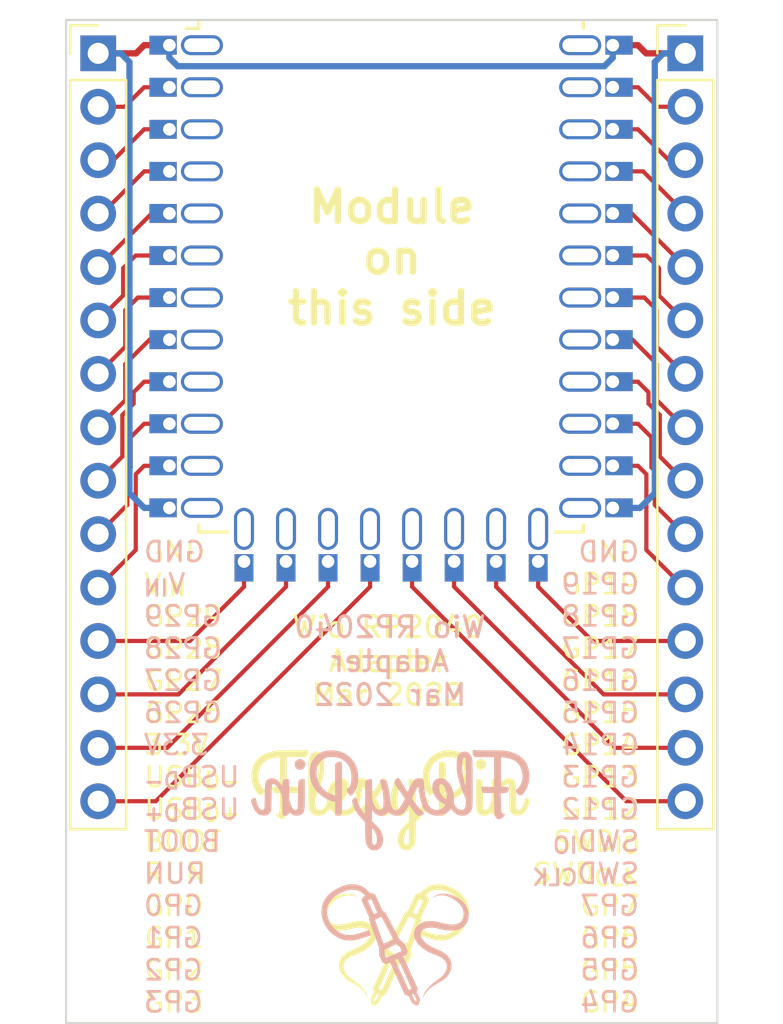
<source format=kicad_pcb>
(kicad_pcb (version 20220308) (generator pcbnew)
  (layers (0 "F.Cu" signal) (31 "B.Cu" signal) (34 "B.Paste" user) (35 "F.Paste" user) (36 "B.SilkS" user "B.Silkscreen") (37 "F.SilkS" user "F.Silkscreen") (38 "B.Mask" user) (39 "F.Mask" user) (44 "Edge.Cuts" user))
  (net 0 "")
  (net 1 "/GND")
  (net 2 "/VIN")
  (net 3 "/GP29")
  (net 4 "/GP28")
  (net 5 "/GP27")
  (net 6 "/GP26")
  (net 7 "/3.3V")
  (net 8 "/USB_D-")
  (net 9 "/USB_D+")
  (net 10 "/BOOT")
  (net 11 "/RUN")
  (net 12 "/GP0")
  (net 13 "/GP1")
  (net 14 "/GP2")
  (net 15 "/GP3")
  (net 16 "/GP4")
  (net 17 "/GP5")
  (net 18 "/GP6")
  (net 19 "/GP7")
  (net 20 "/SWDCLK")
  (net 21 "/SWDIO")
  (net 22 "/GP12")
  (net 23 "/GP13")
  (net 24 "/GP14")
  (net 25 "/GP15")
  (net 26 "/GP16")
  (net 27 "/GP17")
  (net 28 "/GP18")
  (net 29 "/GP19")
  (footprint "Connector_PinHeader_2.54mm:PinHeader_1x15_P2.54mm_Vertical" (layer "F.Cu") (at 134.112 81.788)
    (fp_text reference "J1" hide)
    (fp_text value "Conn_01x15")
    (pad "1" thru_hole rect (at 0 0) (size 1.7 1.7) (drill 1) (layers *.Cu *.Mask) (net 1 "/GND"))
    (pad "2" thru_hole oval (at 0 2.54) (size 1.7 1.7) (drill 1) (layers *.Cu *.Mask) (net 2 "/VIN"))
    (pad "3" thru_hole oval (at 0 5.08) (size 1.7 1.7) (drill 1) (layers *.Cu *.Mask) (net 3 "/GP29"))
    (pad "4" thru_hole oval (at 0 7.62) (size 1.7 1.7) (drill 1) (layers *.Cu *.Mask) (net 4 "/GP28"))
    (pad "5" thru_hole oval (at 0 10.16) (size 1.7 1.7) (drill 1) (layers *.Cu *.Mask) (net 5 "/GP27"))
    (pad "6" thru_hole oval (at 0 12.7) (size 1.7 1.7) (drill 1) (layers *.Cu *.Mask) (net 6 "/GP26"))
    (pad "7" thru_hole oval (at 0 15.24) (size 1.7 1.7) (drill 1) (layers *.Cu *.Mask) (net 7 "/3.3V"))
    (pad "8" thru_hole oval (at 0 17.78) (size 1.7 1.7) (drill 1) (layers *.Cu *.Mask) (net 8 "/USB_D-"))
    (pad "9" thru_hole oval (at 0 20.32) (size 1.7 1.7) (drill 1) (layers *.Cu *.Mask) (net 9 "/USB_D+"))
    (pad "10" thru_hole oval (at 0 22.86) (size 1.7 1.7) (drill 1) (layers *.Cu *.Mask) (net 10 "/BOOT"))
    (pad "11" thru_hole oval (at 0 25.4) (size 1.7 1.7) (drill 1) (layers *.Cu *.Mask) (net 11 "/RUN"))
    (pad "12" thru_hole oval (at 0 27.94) (size 1.7 1.7) (drill 1) (layers *.Cu *.Mask) (net 12 "/GP0"))
    (pad "13" thru_hole oval (at 0 30.48) (size 1.7 1.7) (drill 1) (layers *.Cu *.Mask) (net 13 "/GP1"))
    (pad "14" thru_hole oval (at 0 33.02) (size 1.7 1.7) (drill 1) (layers *.Cu *.Mask) (net 14 "/GP2"))
    (pad "15" thru_hole oval (at 0 35.56) (size 1.7 1.7) (drill 1) (layers *.Cu *.Mask) (net 15 "/GP3"))
  )
  (footprint "Connector_PinHeader_2.54mm:PinHeader_1x15_P2.54mm_Vertical" (layer "F.Cu") (at 162.052 81.788)
    (fp_text reference "J5" hide)
    (fp_text value "Conn_01x15")
    (pad "1" thru_hole rect (at 0 0) (size 1.7 1.7) (drill 1) (layers *.Cu *.Mask) (net 1 "/GND"))
    (pad "2" thru_hole oval (at 0 2.54) (size 1.7 1.7) (drill 1) (layers *.Cu *.Mask) (net 29 "/GP19"))
    (pad "3" thru_hole oval (at 0 5.08) (size 1.7 1.7) (drill 1) (layers *.Cu *.Mask) (net 28 "/GP18"))
    (pad "4" thru_hole oval (at 0 7.62) (size 1.7 1.7) (drill 1) (layers *.Cu *.Mask) (net 27 "/GP17"))
    (pad "5" thru_hole oval (at 0 10.16) (size 1.7 1.7) (drill 1) (layers *.Cu *.Mask) (net 26 "/GP16"))
    (pad "6" thru_hole oval (at 0 12.7) (size 1.7 1.7) (drill 1) (layers *.Cu *.Mask) (net 25 "/GP15"))
    (pad "7" thru_hole oval (at 0 15.24) (size 1.7 1.7) (drill 1) (layers *.Cu *.Mask) (net 24 "/GP14"))
    (pad "8" thru_hole oval (at 0 17.78) (size 1.7 1.7) (drill 1) (layers *.Cu *.Mask) (net 23 "/GP13"))
    (pad "9" thru_hole oval (at 0 20.32) (size 1.7 1.7) (drill 1) (layers *.Cu *.Mask) (net 22 "/GP12"))
    (pad "10" thru_hole oval (at 0 22.86) (size 1.7 1.7) (drill 1) (layers *.Cu *.Mask) (net 21 "/SWDIO"))
    (pad "11" thru_hole oval (at 0 25.4) (size 1.7 1.7) (drill 1) (layers *.Cu *.Mask) (net 20 "/SWDCLK"))
    (pad "12" thru_hole oval (at 0 27.94) (size 1.7 1.7) (drill 1) (layers *.Cu *.Mask) (net 19 "/GP7"))
    (pad "13" thru_hole oval (at 0 30.48) (size 1.7 1.7) (drill 1) (layers *.Cu *.Mask) (net 18 "/GP6"))
    (pad "14" thru_hole oval (at 0 33.02) (size 1.7 1.7) (drill 1) (layers *.Cu *.Mask) (net 17 "/GP5"))
    (pad "15" thru_hole oval (at 0 35.56) (size 1.7 1.7) (drill 1) (layers *.Cu *.Mask) (net 16 "/GP4"))
  )
  (footprint "Symbols_Extra:SolderParty-New-Logo_7.5x6.4mm_SilkScreen" (layer "F.Cu") (at 148.5 123.94211)
    (fp_text reference "G***" hide)
    (fp_text value "LOGO" hide)
  )
  (footprint "LOGO" (layer "F.Cu") (at 148.04 117.3)
    (fp_text reference "G***" hide)
    (fp_text value "LOGO" hide)
  )
  (footprint "FlexyPin:FlexyPin_1x12_P2.00mm" (layer "F.Cu") (at 158.6 103.4 180)
    (fp_text reference "J4" hide)
    (fp_text value "Conn_01x12")
    (pad "" thru_hole oval locked (at 1.55 0 180) (size 2 0.95) (drill oval 1.7 0.65) (layers *.Cu *.Mask))
    (pad "" thru_hole oval locked (at 1.55 2 180) (size 2 0.95) (drill oval 1.7 0.65) (layers *.Cu *.Mask))
    (pad "" thru_hole oval locked (at 1.55 4 180) (size 2 0.95) (drill oval 1.7 0.65) (layers *.Cu *.Mask))
    (pad "" thru_hole oval locked (at 1.55 6 180) (size 2 0.95) (drill oval 1.7 0.65) (layers *.Cu *.Mask))
    (pad "" thru_hole oval locked (at 1.55 8 180) (size 2 0.95) (drill oval 1.7 0.65) (layers *.Cu *.Mask))
    (pad "" thru_hole oval locked (at 1.55 10 180) (size 2 0.95) (drill oval 1.7 0.65) (layers *.Cu *.Mask))
    (pad "" thru_hole oval locked (at 1.55 12 180) (size 2 0.95) (drill oval 1.7 0.65) (layers *.Cu *.Mask))
    (pad "" thru_hole oval locked (at 1.55 14 180) (size 2 0.95) (drill oval 1.7 0.65) (layers *.Cu *.Mask))
    (pad "" thru_hole oval locked (at 1.55 16 180) (size 2 0.95) (drill oval 1.7 0.65) (layers *.Cu *.Mask))
    (pad "" thru_hole oval locked (at 1.55 18 180) (size 2 0.95) (drill oval 1.7 0.65) (layers *.Cu *.Mask))
    (pad "" thru_hole oval locked (at 1.55 20 180) (size 2 0.95) (drill oval 1.7 0.65) (layers *.Cu *.Mask))
    (pad "" thru_hole oval locked (at 1.55 22 180) (size 2 0.95) (drill oval 1.7 0.65) (layers *.Cu *.Mask))
    (pad "1" thru_hole rect locked (at 0 0 180) (size 1.3 0.9) (drill 0.6 (offset -0.3 0)) (layers *.Cu *.Mask) (net 1 "/GND"))
    (pad "2" thru_hole rect locked (at 0 2 180) (size 1.3 0.9) (drill 0.6 (offset -0.3 0)) (layers *.Cu *.Mask) (net 20 "/SWDCLK"))
    (pad "3" thru_hole rect locked (at 0 4 180) (size 1.3 0.9) (drill 0.6 (offset -0.3 0)) (layers *.Cu *.Mask) (net 21 "/SWDIO"))
    (pad "4" thru_hole rect locked (at 0 6 180) (size 1.3 0.9) (drill 0.6 (offset -0.3 0)) (layers *.Cu *.Mask) (net 22 "/GP12"))
    (pad "5" thru_hole rect locked (at 0 8 180) (size 1.3 0.9) (drill 0.6 (offset -0.3 0)) (layers *.Cu *.Mask) (net 23 "/GP13"))
    (pad "6" thru_hole rect locked (at 0 10 180) (size 1.3 0.9) (drill 0.6 (offset -0.3 0)) (layers *.Cu *.Mask) (net 24 "/GP14"))
    (pad "7" thru_hole rect locked (at 0 12 180) (size 1.3 0.9) (drill 0.6 (offset -0.3 0)) (layers *.Cu *.Mask) (net 25 "/GP15"))
    (pad "8" thru_hole rect locked (at 0 14 180) (size 1.3 0.9) (drill 0.6 (offset -0.3 0)) (layers *.Cu *.Mask) (net 26 "/GP16"))
    (pad "9" thru_hole rect locked (at 0 16 180) (size 1.3 0.9) (drill 0.6 (offset -0.3 0)) (layers *.Cu *.Mask) (net 27 "/GP17"))
    (pad "10" thru_hole rect locked (at 0 18 180) (size 1.3 0.9) (drill 0.6 (offset -0.3 0)) (layers *.Cu *.Mask) (net 28 "/GP18"))
    (pad "11" thru_hole rect locked (at 0 20 180) (size 1.3 0.9) (drill 0.6 (offset -0.3 0)) (layers *.Cu *.Mask) (net 29 "/GP19"))
    (pad "12" thru_hole rect locked (at 0 22 180) (size 1.3 0.9) (drill 0.6 (offset -0.3 0)) (layers *.Cu *.Mask) (net 1 "/GND"))
  )
  (footprint "FlexyPin:FlexyPin_1x08_P2.00mm" (layer "F.Cu") (at 141.05 105.95 90)
    (fp_text reference "J3" hide)
    (fp_text value "Conn_01x08")
    (pad "" thru_hole oval locked (at 1.55 0 90) (size 2 0.95) (drill oval 1.7 0.65) (layers *.Cu *.Mask))
    (pad "" thru_hole oval locked (at 1.55 2 90) (size 2 0.95) (drill oval 1.7 0.65) (layers *.Cu *.Mask))
    (pad "" thru_hole oval locked (at 1.55 4 90) (size 2 0.95) (drill oval 1.7 0.65) (layers *.Cu *.Mask))
    (pad "" thru_hole oval locked (at 1.55 6 90) (size 2 0.95) (drill oval 1.7 0.65) (layers *.Cu *.Mask))
    (pad "" thru_hole oval locked (at 1.55 8 90) (size 2 0.95) (drill oval 1.7 0.65) (layers *.Cu *.Mask))
    (pad "" thru_hole oval locked (at 1.55 10 90) (size 2 0.95) (drill oval 1.7 0.65) (layers *.Cu *.Mask))
    (pad "" thru_hole oval locked (at 1.55 12 90) (size 2 0.95) (drill oval 1.7 0.65) (layers *.Cu *.Mask))
    (pad "" thru_hole oval locked (at 1.55 14 90) (size 2 0.95) (drill oval 1.7 0.65) (layers *.Cu *.Mask))
    (pad "1" thru_hole rect locked (at 0 0 90) (size 1.3 0.9) (drill 0.6 (offset -0.3 0)) (layers *.Cu *.Mask) (net 12 "/GP0"))
    (pad "2" thru_hole rect locked (at 0 2 90) (size 1.3 0.9) (drill 0.6 (offset -0.3 0)) (layers *.Cu *.Mask) (net 13 "/GP1"))
    (pad "3" thru_hole rect locked (at 0 4 90) (size 1.3 0.9) (drill 0.6 (offset -0.3 0)) (layers *.Cu *.Mask) (net 14 "/GP2"))
    (pad "4" thru_hole rect locked (at 0 6 90) (size 1.3 0.9) (drill 0.6 (offset -0.3 0)) (layers *.Cu *.Mask) (net 15 "/GP3"))
    (pad "5" thru_hole rect locked (at 0 8 90) (size 1.3 0.9) (drill 0.6 (offset -0.3 0)) (layers *.Cu *.Mask) (net 16 "/GP4"))
    (pad "6" thru_hole rect locked (at 0 10 90) (size 1.3 0.9) (drill 0.6 (offset -0.3 0)) (layers *.Cu *.Mask) (net 17 "/GP5"))
    (pad "7" thru_hole rect locked (at 0 12 90) (size 1.3 0.9) (drill 0.6 (offset -0.3 0)) (layers *.Cu *.Mask) (net 18 "/GP6"))
    (pad "8" thru_hole rect locked (at 0 14 90) (size 1.3 0.9) (drill 0.6 (offset -0.3 0)) (layers *.Cu *.Mask) (net 19 "/GP7"))
  )
  (footprint "FlexyPin:FlexyPin_1x12_P2.00mm" (layer "F.Cu") (at 137.5 81.4)
    (fp_text reference "J2" hide)
    (fp_text value "Conn_01x12")
    (pad "" thru_hole oval locked (at 1.55 0) (size 2 0.95) (drill oval 1.7 0.65) (layers *.Cu *.Mask))
    (pad "" thru_hole oval locked (at 1.55 2) (size 2 0.95) (drill oval 1.7 0.65) (layers *.Cu *.Mask))
    (pad "" thru_hole oval locked (at 1.55 4) (size 2 0.95) (drill oval 1.7 0.65) (layers *.Cu *.Mask))
    (pad "" thru_hole oval locked (at 1.55 6) (size 2 0.95) (drill oval 1.7 0.65) (layers *.Cu *.Mask))
    (pad "" thru_hole oval locked (at 1.55 8) (size 2 0.95) (drill oval 1.7 0.65) (layers *.Cu *.Mask))
    (pad "" thru_hole oval locked (at 1.55 10) (size 2 0.95) (drill oval 1.7 0.65) (layers *.Cu *.Mask))
    (pad "" thru_hole oval locked (at 1.55 12) (size 2 0.95) (drill oval 1.7 0.65) (layers *.Cu *.Mask))
    (pad "" thru_hole oval locked (at 1.55 14) (size 2 0.95) (drill oval 1.7 0.65) (layers *.Cu *.Mask))
    (pad "" thru_hole oval locked (at 1.55 16) (size 2 0.95) (drill oval 1.7 0.65) (layers *.Cu *.Mask))
    (pad "" thru_hole oval locked (at 1.55 18) (size 2 0.95) (drill oval 1.7 0.65) (layers *.Cu *.Mask))
    (pad "" thru_hole oval locked (at 1.55 20) (size 2 0.95) (drill oval 1.7 0.65) (layers *.Cu *.Mask))
    (pad "" thru_hole oval locked (at 1.55 22) (size 2 0.95) (drill oval 1.7 0.65) (layers *.Cu *.Mask))
    (pad "1" thru_hole rect locked (at 0 0) (size 1.3 0.9) (drill 0.6 (offset -0.3 0)) (layers *.Cu *.Mask) (net 1 "/GND"))
    (pad "2" thru_hole rect locked (at 0 2) (size 1.3 0.9) (drill 0.6 (offset -0.3 0)) (layers *.Cu *.Mask) (net 2 "/VIN"))
    (pad "3" thru_hole rect locked (at 0 4) (size 1.3 0.9) (drill 0.6 (offset -0.3 0)) (layers *.Cu *.Mask) (net 3 "/GP29"))
    (pad "4" thru_hole rect locked (at 0 6) (size 1.3 0.9) (drill 0.6 (offset -0.3 0)) (layers *.Cu *.Mask) (net 4 "/GP28"))
    (pad "5" thru_hole rect locked (at 0 8) (size 1.3 0.9) (drill 0.6 (offset -0.3 0)) (layers *.Cu *.Mask) (net 5 "/GP27"))
    (pad "6" thru_hole rect locked (at 0 10) (size 1.3 0.9) (drill 0.6 (offset -0.3 0)) (layers *.Cu *.Mask) (net 6 "/GP26"))
    (pad "7" thru_hole rect locked (at 0 12) (size 1.3 0.9) (drill 0.6 (offset -0.3 0)) (layers *.Cu *.Mask) (net 7 "/3.3V"))
    (pad "8" thru_hole rect locked (at 0 14) (size 1.3 0.9) (drill 0.6 (offset -0.3 0)) (layers *.Cu *.Mask) (net 8 "/USB_D-"))
    (pad "9" thru_hole rect locked (at 0 16) (size 1.3 0.9) (drill 0.6 (offset -0.3 0)) (layers *.Cu *.Mask) (net 9 "/USB_D+"))
    (pad "10" thru_hole rect locked (at 0 18) (size 1.3 0.9) (drill 0.6 (offset -0.3 0)) (layers *.Cu *.Mask) (net 10 "/BOOT"))
    (pad "11" thru_hole rect locked (at 0 20) (size 1.3 0.9) (drill 0.6 (offset -0.3 0)) (layers *.Cu *.Mask) (net 11 "/RUN"))
    (pad "12" thru_hole rect locked (at 0 22) (size 1.3 0.9) (drill 0.6 (offset -0.3 0)) (layers *.Cu *.Mask) (net 1 "/GND"))
  )
  (footprint "LOGO" (layer "B.Cu") (at 148 117.3 180)
    (fp_text reference "G***" hide)
    (fp_text value "LOGO" hide)
  )
  (footprint "Symbols_Extra:SolderParty-New-Logo_7.5x6.4mm_SilkScreen" (layer "B.Cu") (at 148 123.94211 180)
    (fp_text reference "G***" hide)
    (fp_text value "LOGO" hide)
  )
  (gr_line (start 138.29 80.6) (end 138.9 80.6) (width 0.15) (layer "F.SilkS"))
  (gr_line (start 138.9 104.55) (end 140.25 104.55) (width 0.15) (layer "F.SilkS"))
  (gr_line (start 138.9 104.2) (end 138.9 104.55) (width 0.15) (layer "F.SilkS"))
  (gr_line (start 155.85 104.55) (end 157.2 104.55) (width 0.15) (layer "F.SilkS"))
  (gr_line (start 157.2 80.3) (end 157.2 80.6) (width 0.15) (layer "F.SilkS"))
  (gr_line (start 138.9 80.3) (end 138.9 80.6) (width 0.15) (layer "F.SilkS"))
  (gr_line (start 157.2 104.2) (end 157.2 104.55) (width 0.15) (layer "F.SilkS"))
  (gr_line (start 132.588 80.2) (end 163.576 80.2) (width 0.1) (layer "Edge.Cuts"))
  (gr_line (start 163.576 127.9) (end 132.588 127.9) (width 0.1) (layer "Edge.Cuts"))
  (gr_line (start 163.576 80.2) (end 163.576 127.9) (width 0.1) (layer "Edge.Cuts"))
  (gr_line (start 132.588 127.9) (end 132.588 80.2) (width 0.1) (layer "Edge.Cuts"))
  (gr_text "GND\nV_{IN}\nGP29\nGP28\nGP27\nGP26\n3.3V\nUSB_{D-}\nUSB_{D+}\nBOOT\nRUN\nGP0\nGP1\nGP2\nGP3" (at 136.2 116.2) (layer "B.SilkS") (effects (font (size 0.95 0.95) (thickness 0.13)) (justify right mirror)))
  (gr_text "Wio RP2040\nAdapter\nMar 2022" (at 148 110.683069) (layer "B.SilkS") (effects (font (size 1 1)) (justify mirror)))
  (gr_text "GND\nGP19\nGP18\nGP17\nGP16\nGP15\nGP14\nGP13\nGP12\nSWD_{IO}\nSWD_{CLK}\nGP7\nGP6\nGP5\nGP4" (at 159.941778 116.2) (layer "B.SilkS") (effects (font (size 0.95 0.95) (thickness 0.13)) (justify left mirror)))
  (gr_text "Module\non\nthis side" (at 148.09 91.497526) (layer "F.SilkS") (effects (font (size 1.5 1.5) (thickness 0.3) bold)))
  (gr_text "GND\nV_{IN}\nGP29\nGP28\nGP27\nGP26\n3.3V\nUSB_{D-}\nUSB_{D+}\nBOOT\nRUN\nGP0\nGP1\nGP2\nGP3" (at 136.224816 116.2) (layer "F.SilkS") (effects (font (size 0.95 0.95) (thickness 0.13)) (justify left)))
  (gr_text "Wio RP2040\nAdapter\nMar 2022" (at 147.9 110.683069) (layer "F.SilkS") (effects (font (size 1 1))))
  (gr_text "GND\nGP19\nGP18\nGP17\nGP16\nGP15\nGP14\nGP13\nGP12\nSWD_{IO}\nSWD_{CLK}\nGP7\nGP6\nGP5\nGP4" (at 159.95 116.2) (layer "F.SilkS") (effects (font (size 0.95 0.95) (thickness 0.13)) (justify right)))
  (segment (start 134.112 81.788) (end 135.912 81.788) (width 0.3) (layer "F.Cu") (net 1))
  (segment (start 159.8 81.4) (end 158.6 81.4) (width 0.3) (layer "F.Cu") (net 1))
  (segment (start 136.3 81.4) (end 137.5 81.4) (width 0.3) (layer "F.Cu") (net 1))
  (segment (start 162.052 81.788) (end 160.188 81.788) (width 0.3) (layer "F.Cu") (net 1))
  (segment (start 135.912 81.788) (end 136.3 81.4) (width 0.3) (layer "F.Cu") (net 1))
  (segment (start 160.188 81.788) (end 159.8 81.4) (width 0.3) (layer "F.Cu") (net 1))
  (segment (start 161.012 81.788) (end 162.088 81.788) (width 0.3) (layer "B.Cu") (net 1))
  (segment (start 160.6 82.2) (end 161.012 81.788) (width 0.3) (layer "B.Cu") (net 1))
  (segment (start 135.6 82.2) (end 135.188 81.788) (width 0.3) (layer "B.Cu") (net 1))
  (segment (start 135.188 81.788) (end 134.112 81.788) (width 0.3) (layer "B.Cu") (net 1))
  (segment (start 136.3 103.4) (end 135.6 102.7) (width 0.3) (layer "B.Cu") (net 1))
  (segment (start 137.5 82) (end 137.9 82.4) (width 0.3) (layer "B.Cu") (net 1))
  (segment (start 137.5 81.4) (end 137.5 82) (width 0.3) (layer "B.Cu") (net 1))
  (segment (start 137.9 82.4) (end 158.2 82.4) (width 0.3) (layer "B.Cu") (net 1))
  (segment (start 158.6 82) (end 158.6 81.4) (width 0.3) (layer "B.Cu") (net 1))
  (segment (start 158.2 82.4) (end 158.6 82) (width 0.3) (layer "B.Cu") (net 1))
  (segment (start 160.6 102.7) (end 160.6 82.2) (width 0.3) (layer "B.Cu") (net 1))
  (segment (start 159.9 103.4) (end 160.6 102.7) (width 0.3) (layer "B.Cu") (net 1))
  (segment (start 135.6 102.7) (end 135.6 82.2) (width 0.3) (layer "B.Cu") (net 1))
  (segment (start 137.5 103.4) (end 136.3 103.4) (width 0.3) (layer "B.Cu") (net 1))
  (segment (start 158.7 103.4) (end 159.9 103.4) (width 0.3) (layer "B.Cu") (net 1))
  (segment (start 135.372 84.328) (end 136.3 83.4) (width 0.2) (layer "F.Cu") (net 2))
  (segment (start 134.112 84.328) (end 135.372 84.328) (width 0.2) (layer "F.Cu") (net 2))
  (segment (start 136.3 83.4) (end 137.5 83.4) (width 0.2) (layer "F.Cu") (net 2))
  (segment (start 134.112 86.868) (end 134.832 86.868) (width 0.2) (layer "F.Cu") (net 3))
  (segment (start 136.3 85.4) (end 137.5 85.4) (width 0.2) (layer "F.Cu") (net 3))
  (segment (start 134.832 86.868) (end 136.3 85.4) (width 0.2) (layer "F.Cu") (net 3))
  (segment (start 134.292 89.408) (end 136.3 87.4) (width 0.2) (layer "F.Cu") (net 4))
  (segment (start 134.112 89.408) (end 134.292 89.408) (width 0.2) (layer "F.Cu") (net 4))
  (segment (start 136.3 87.4) (end 137.5 87.4) (width 0.2) (layer "F.Cu") (net 4))
  (segment (start 134.112 91.948) (end 136.66 89.4) (width 0.2) (layer "F.Cu") (net 5))
  (segment (start 136.66 89.4) (end 137.5 89.4) (width 0.2) (layer "F.Cu") (net 5))
  (segment (start 134.112 94.488) (end 135.3 93.3) (width 0.2) (layer "F.Cu") (net 6))
  (segment (start 135.3 93.3) (end 135.3 92) (width 0.2) (layer "F.Cu") (net 6))
  (segment (start 135.9 91.4) (end 137.5 91.4) (width 0.2) (layer "F.Cu") (net 6))
  (segment (start 135.3 92) (end 135.9 91.4) (width 0.2) (layer "F.Cu") (net 6))
  (segment (start 135.4 94) (end 136 93.4) (width 0.2) (layer "F.Cu") (net 7))
  (segment (start 134.112 97.028) (end 135.4 95.74) (width 0.2) (layer "F.Cu") (net 7))
  (segment (start 135.4 95.74) (end 135.4 94) (width 0.2) (layer "F.Cu") (net 7))
  (segment (start 136 93.4) (end 137.5 93.4) (width 0.2) (layer "F.Cu") (net 7))
  (segment (start 136.561511 95.4) (end 137.5 95.4) (width 0.2) (layer "F.Cu") (net 8))
  (segment (start 135.4 98.28) (end 135.4 96.561511) (width 0.2) (layer "F.Cu") (net 8))
  (segment (start 134.112 99.568) (end 135.4 98.28) (width 0.2) (layer "F.Cu") (net 8))
  (segment (start 135.4 96.561511) (end 136.561511 95.4) (width 0.2) (layer "F.Cu") (net 8))
  (segment (start 136.3 97.4) (end 137.5 97.4) (width 0.2) (layer "F.Cu") (net 9))
  (segment (start 135.261511 98.983495) (end 135.79952 98.445486) (width 0.2) (layer "F.Cu") (net 9))
  (segment (start 134.112 102.108) (end 135.261511 100.958489) (width 0.2) (layer "F.Cu") (net 9))
  (segment (start 135.261511 100.958489) (end 135.261511 98.983495) (width 0.2) (layer "F.Cu") (net 9))
  (segment (start 135.79952 98.445486) (end 135.79952 97.90048) (width 0.2) (layer "F.Cu") (net 9))
  (segment (start 135.79952 97.90048) (end 136.3 97.4) (width 0.2) (layer "F.Cu") (net 9))
  (segment (start 135.661031 101.473963) (end 135.661031 100.038969) (width 0.2) (layer "F.Cu") (net 10))
  (segment (start 135.50048 101.634514) (end 135.661031 101.473963) (width 0.2) (layer "F.Cu") (net 10))
  (segment (start 135.661031 100.038969) (end 136.3 99.4) (width 0.2) (layer "F.Cu") (net 10))
  (segment (start 135.50048 103.25952) (end 135.50048 101.634514) (width 0.2) (layer "F.Cu") (net 10))
  (segment (start 136.3 99.4) (end 137.5 99.4) (width 0.2) (layer "F.Cu") (net 10))
  (segment (start 134.112 104.648) (end 135.50048 103.25952) (width 0.2) (layer "F.Cu") (net 10))
  (segment (start 135.9 101.8) (end 136.3 101.4) (width 0.2) (layer "F.Cu") (net 11))
  (segment (start 135.9 105.4) (end 135.9 101.8) (width 0.2) (layer "F.Cu") (net 11))
  (segment (start 136.3 101.4) (end 137.5 101.4) (width 0.2) (layer "F.Cu") (net 11))
  (segment (start 134.112 107.188) (end 135.9 105.4) (width 0.2) (layer "F.Cu") (net 11))
  (segment (start 141.05 107.15) (end 141.05 105.95) (width 0.2) (layer "F.Cu") (net 12))
  (segment (start 138.472 109.728) (end 141.05 107.15) (width 0.2) (layer "F.Cu") (net 12))
  (segment (start 134.112 109.728) (end 138.472 109.728) (width 0.2) (layer "F.Cu") (net 12))
  (segment (start 143.05 107.15) (end 143.05 105.95) (width 0.2) (layer "F.Cu") (net 13))
  (segment (start 137.932 112.268) (end 143.05 107.15) (width 0.2) (layer "F.Cu") (net 13))
  (segment (start 134.112 112.268) (end 137.932 112.268) (width 0.2) (layer "F.Cu") (net 13))
  (segment (start 134.112 114.808) (end 137.392 114.808) (width 0.2) (layer "F.Cu") (net 14))
  (segment (start 137.392 114.808) (end 145.05 107.15) (width 0.2) (layer "F.Cu") (net 14))
  (segment (start 145.05 107.15) (end 145.05 105.95) (width 0.2) (layer "F.Cu") (net 14))
  (segment (start 134.112 117.348) (end 136.852 117.348) (width 0.2) (layer "F.Cu") (net 15))
  (segment (start 147.05 107.15) (end 147.05 105.95) (width 0.2) (layer "F.Cu") (net 15))
  (segment (start 136.852 117.348) (end 147.05 107.15) (width 0.2) (layer "F.Cu") (net 15))
  (segment (start 149.05 105.95) (end 149.05 107.15) (width 0.2) (layer "F.Cu") (net 16))
  (segment (start 159.248 117.348) (end 162.052 117.348) (width 0.2) (layer "F.Cu") (net 16))
  (segment (start 149.05 107.15) (end 159.248 117.348) (width 0.2) (layer "F.Cu") (net 16))
  (segment (start 151.05 107.15) (end 158.708 114.808) (width 0.2) (layer "F.Cu") (net 17))
  (segment (start 151.05 105.95) (end 151.05 107.15) (width 0.2) (layer "F.Cu") (net 17))
  (segment (start 158.708 114.808) (end 162.052 114.808) (width 0.2) (layer "F.Cu") (net 17))
  (segment (start 153.05 107.15) (end 158.168 112.268) (width 0.2) (layer "F.Cu") (net 18))
  (segment (start 158.168 112.268) (end 162.052 112.268) (width 0.2) (layer "F.Cu") (net 18))
  (segment (start 153.05 105.95) (end 153.05 107.15) (width 0.2) (layer "F.Cu") (net 18))
  (segment (start 157.628 109.728) (end 162.052 109.728) (width 0.2) (layer "F.Cu") (net 19))
  (segment (start 155.05 107.15) (end 157.628 109.728) (width 0.2) (layer "F.Cu") (net 19))
  (segment (start 155.05 105.95) (end 155.05 107.15) (width 0.2) (layer "F.Cu") (net 19))
  (segment (start 160.2 101.8) (end 159.8 101.4) (width 0.2) (layer "F.Cu") (net 20))
  (segment (start 160.2 105.4) (end 160.2 101.8) (width 0.2) (layer "F.Cu") (net 20))
  (segment (start 161.988 107.188) (end 160.2 105.4) (width 0.2) (layer "F.Cu") (net 20))
  (segment (start 159.8 101.4) (end 158.6 101.4) (width 0.2) (layer "F.Cu") (net 20))
  (segment (start 160.438969 101.473963) (end 160.438969 100.038969) (width 0.2) (layer "F.Cu") (net 21))
  (segment (start 160.438969 100.038969) (end 159.8 99.4) (width 0.2) (layer "F.Cu") (net 21))
  (segment (start 161.988 104.648) (end 160.59952 103.25952) (width 0.2) (layer "F.Cu") (net 21))
  (segment (start 160.59952 103.25952) (end 160.59952 101.634514) (width 0.2) (layer "F.Cu") (net 21))
  (segment (start 160.59952 101.634514) (end 160.438969 101.473963) (width 0.2) (layer "F.Cu") (net 21))
  (segment (start 159.8 99.4) (end 158.6 99.4) (width 0.2) (layer "F.Cu") (net 21))
  (segment (start 161.988 102.108) (end 160.838489 100.958489) (width 0.2) (layer "F.Cu") (net 22))
  (segment (start 160.30048 98.445486) (end 160.30048 97.90048) (width 0.2) (layer "F.Cu") (net 22))
  (segment (start 160.838489 98.983495) (end 160.30048 98.445486) (width 0.2) (layer "F.Cu") (net 22))
  (segment (start 160.838489 100.958489) (end 160.838489 98.983495) (width 0.2) (layer "F.Cu") (net 22))
  (segment (start 159.8 97.4) (end 158.6 97.4) (width 0.2) (layer "F.Cu") (net 22))
  (segment (start 160.30048 97.90048) (end 159.8 97.4) (width 0.2) (layer "F.Cu") (net 22))
  (segment (start 159.538489 95.4) (end 158.6 95.4) (width 0.2) (layer "F.Cu") (net 23))
  (segment (start 160.7 96.561511) (end 159.538489 95.4) (width 0.2) (layer "F.Cu") (net 23))
  (segment (start 160.7 98.28) (end 160.7 96.561511) (width 0.2) (layer "F.Cu") (net 23))
  (segment (start 161.988 99.568) (end 160.7 98.28) (width 0.2) (layer "F.Cu") (net 23))
  (segment (start 160.7 94) (end 160.1 93.4) (width 0.2) (layer "F.Cu") (net 24))
  (segment (start 160.7 95.74) (end 160.7 94) (width 0.2) (layer "F.Cu") (net 24))
  (segment (start 161.988 97.028) (end 160.7 95.74) (width 0.2) (layer "F.Cu") (net 24))
  (segment (start 160.1 93.4) (end 158.6 93.4) (width 0.2) (layer "F.Cu") (net 24))
  (segment (start 160.8 93.3) (end 160.8 92) (width 0.2) (layer "F.Cu") (net 25))
  (segment (start 161.988 94.488) (end 160.8 93.3) (width 0.2) (layer "F.Cu") (net 25))
  (segment (start 160.8 92) (end 160.2 91.4) (width 0.2) (layer "F.Cu") (net 25))
  (segment (start 160.2 91.4) (end 158.6 91.4) (width 0.2) (layer "F.Cu") (net 25))
  (segment (start 158.6 89.4) (end 159.504 89.4) (width 0.2) (layer "F.Cu") (net 26))
  (segment (start 159.504 89.4) (end 162.052 91.948) (width 0.2) (layer "F.Cu") (net 26))
  (segment (start 158.6 87.4) (end 160.044 87.4) (width 0.2) (layer "F.Cu") (net 27))
  (segment (start 160.044 87.4) (end 162.052 89.408) (width 0.2) (layer "F.Cu") (net 27))
  (segment (start 158.6 85.4) (end 159.8 85.4) (width 0.2) (layer "F.Cu") (net 28))
  (segment (start 159.8 85.4) (end 161.268 86.868) (width 0.2) (layer "F.Cu") (net 28))
  (segment (start 161.268 86.868) (end 162.052 86.868) (width 0.2) (layer "F.Cu") (net 28))
  (segment (start 160.728 84.328) (end 159.8 83.4) (width 0.2) (layer "F.Cu") (net 29))
  (segment (start 159.8 83.4) (end 158.6 83.4) (width 0.2) (layer "F.Cu") (net 29))
  (segment (start 162.052 84.328) (end 160.728 84.328) (width 0.2) (layer "F.Cu") (net 29))
)
</source>
